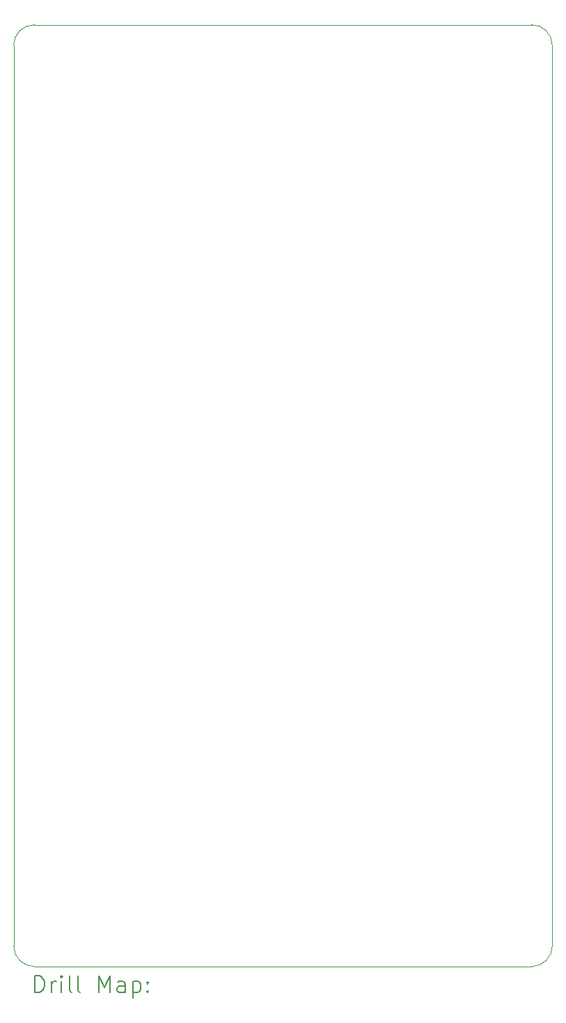
<source format=gbr>
%TF.GenerationSoftware,KiCad,Pcbnew,8.0.1*%
%TF.CreationDate,2025-02-18T20:23:37+01:00*%
%TF.ProjectId,arroseurPCB,6172726f-7365-4757-9250-43422e6b6963,rev?*%
%TF.SameCoordinates,Original*%
%TF.FileFunction,Drillmap*%
%TF.FilePolarity,Positive*%
%FSLAX45Y45*%
G04 Gerber Fmt 4.5, Leading zero omitted, Abs format (unit mm)*
G04 Created by KiCad (PCBNEW 8.0.1) date 2025-02-18 20:23:37*
%MOMM*%
%LPD*%
G01*
G04 APERTURE LIST*
%ADD10C,0.050000*%
%ADD11C,0.200000*%
G04 APERTURE END LIST*
D10*
X17300000Y-15950000D02*
X17300000Y-5000000D01*
X10750000Y-5000000D02*
G75*
G02*
X11000000Y-4750000I250000J0D01*
G01*
X17300000Y-15950000D02*
G75*
G02*
X17050000Y-16200000I-250000J0D01*
G01*
X17050000Y-4750000D02*
G75*
G02*
X17300000Y-5000000I0J-250000D01*
G01*
X11000000Y-16200000D02*
X17050000Y-16200000D01*
X17050000Y-4750000D02*
X11000000Y-4750000D01*
X11000000Y-16200000D02*
G75*
G02*
X10750000Y-15950000I0J250000D01*
G01*
X10750000Y-5000000D02*
X10750000Y-15950000D01*
D11*
X11008277Y-16513984D02*
X11008277Y-16313984D01*
X11008277Y-16313984D02*
X11055896Y-16313984D01*
X11055896Y-16313984D02*
X11084467Y-16323508D01*
X11084467Y-16323508D02*
X11103515Y-16342555D01*
X11103515Y-16342555D02*
X11113039Y-16361603D01*
X11113039Y-16361603D02*
X11122563Y-16399698D01*
X11122563Y-16399698D02*
X11122563Y-16428269D01*
X11122563Y-16428269D02*
X11113039Y-16466365D01*
X11113039Y-16466365D02*
X11103515Y-16485412D01*
X11103515Y-16485412D02*
X11084467Y-16504460D01*
X11084467Y-16504460D02*
X11055896Y-16513984D01*
X11055896Y-16513984D02*
X11008277Y-16513984D01*
X11208277Y-16513984D02*
X11208277Y-16380650D01*
X11208277Y-16418746D02*
X11217801Y-16399698D01*
X11217801Y-16399698D02*
X11227324Y-16390174D01*
X11227324Y-16390174D02*
X11246372Y-16380650D01*
X11246372Y-16380650D02*
X11265420Y-16380650D01*
X11332086Y-16513984D02*
X11332086Y-16380650D01*
X11332086Y-16313984D02*
X11322562Y-16323508D01*
X11322562Y-16323508D02*
X11332086Y-16333031D01*
X11332086Y-16333031D02*
X11341610Y-16323508D01*
X11341610Y-16323508D02*
X11332086Y-16313984D01*
X11332086Y-16313984D02*
X11332086Y-16333031D01*
X11455896Y-16513984D02*
X11436848Y-16504460D01*
X11436848Y-16504460D02*
X11427324Y-16485412D01*
X11427324Y-16485412D02*
X11427324Y-16313984D01*
X11560658Y-16513984D02*
X11541610Y-16504460D01*
X11541610Y-16504460D02*
X11532086Y-16485412D01*
X11532086Y-16485412D02*
X11532086Y-16313984D01*
X11789229Y-16513984D02*
X11789229Y-16313984D01*
X11789229Y-16313984D02*
X11855896Y-16456841D01*
X11855896Y-16456841D02*
X11922562Y-16313984D01*
X11922562Y-16313984D02*
X11922562Y-16513984D01*
X12103515Y-16513984D02*
X12103515Y-16409222D01*
X12103515Y-16409222D02*
X12093991Y-16390174D01*
X12093991Y-16390174D02*
X12074943Y-16380650D01*
X12074943Y-16380650D02*
X12036848Y-16380650D01*
X12036848Y-16380650D02*
X12017801Y-16390174D01*
X12103515Y-16504460D02*
X12084467Y-16513984D01*
X12084467Y-16513984D02*
X12036848Y-16513984D01*
X12036848Y-16513984D02*
X12017801Y-16504460D01*
X12017801Y-16504460D02*
X12008277Y-16485412D01*
X12008277Y-16485412D02*
X12008277Y-16466365D01*
X12008277Y-16466365D02*
X12017801Y-16447317D01*
X12017801Y-16447317D02*
X12036848Y-16437793D01*
X12036848Y-16437793D02*
X12084467Y-16437793D01*
X12084467Y-16437793D02*
X12103515Y-16428269D01*
X12198753Y-16380650D02*
X12198753Y-16580650D01*
X12198753Y-16390174D02*
X12217801Y-16380650D01*
X12217801Y-16380650D02*
X12255896Y-16380650D01*
X12255896Y-16380650D02*
X12274943Y-16390174D01*
X12274943Y-16390174D02*
X12284467Y-16399698D01*
X12284467Y-16399698D02*
X12293991Y-16418746D01*
X12293991Y-16418746D02*
X12293991Y-16475888D01*
X12293991Y-16475888D02*
X12284467Y-16494936D01*
X12284467Y-16494936D02*
X12274943Y-16504460D01*
X12274943Y-16504460D02*
X12255896Y-16513984D01*
X12255896Y-16513984D02*
X12217801Y-16513984D01*
X12217801Y-16513984D02*
X12198753Y-16504460D01*
X12379705Y-16494936D02*
X12389229Y-16504460D01*
X12389229Y-16504460D02*
X12379705Y-16513984D01*
X12379705Y-16513984D02*
X12370182Y-16504460D01*
X12370182Y-16504460D02*
X12379705Y-16494936D01*
X12379705Y-16494936D02*
X12379705Y-16513984D01*
X12379705Y-16390174D02*
X12389229Y-16399698D01*
X12389229Y-16399698D02*
X12379705Y-16409222D01*
X12379705Y-16409222D02*
X12370182Y-16399698D01*
X12370182Y-16399698D02*
X12379705Y-16390174D01*
X12379705Y-16390174D02*
X12379705Y-16409222D01*
M02*

</source>
